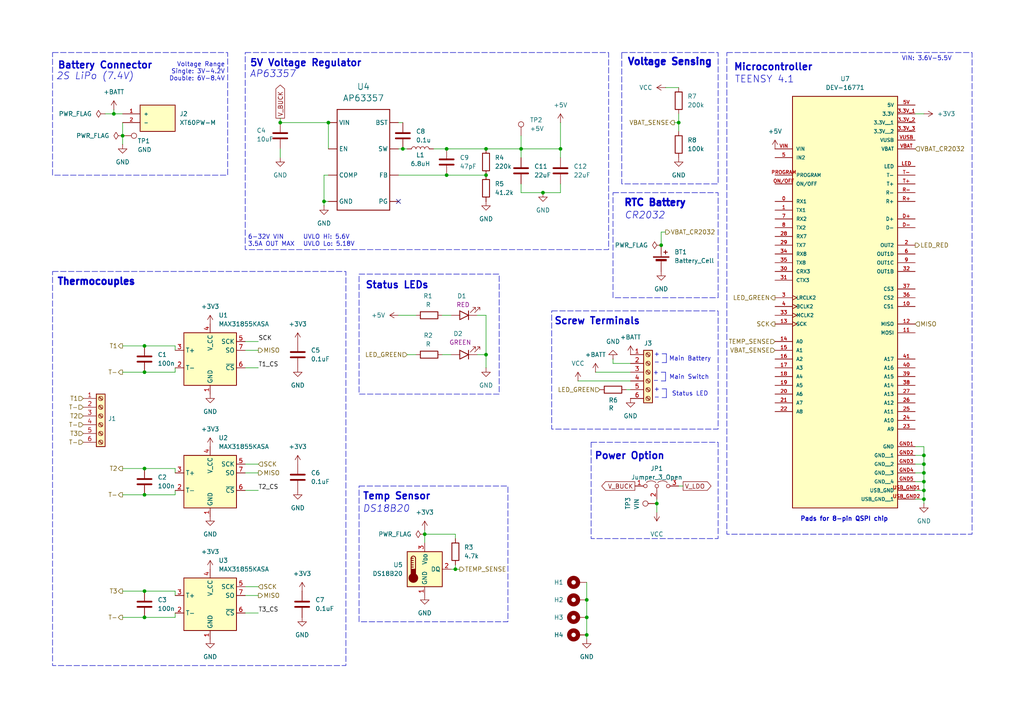
<source format=kicad_sch>
(kicad_sch (version 20231120) (generator "eeschema") (generator_version "8.0")
  (paper "A4")
  (junction (at 129.54 50.8))
  (junction (at 190.5 146.05))
  (junction (at 95.25 35.56))
  (junction (at 123.19 154.94))
  (junction (at 162.56 43.18))
  (junction (at 132.08 165.1))
  (junction (at 195.58 -26.67))
  (junction (at 170.18 179.07))
  (junction (at 267.97 144.78))
  (junction (at 157.48 55.88))
  (junction (at 41.91 100.33))
  (junction (at 41.91 179.07))
  (junction (at 140.97 50.8))
  (junction (at 170.18 173.99))
  (junction (at 140.97 43.18))
  (junction (at 140.97 102.87))
  (junction (at 116.84 43.18))
  (junction (at 129.54 43.18))
  (junction (at 170.18 184.15))
  (junction (at 41.91 107.95))
  (junction (at 93.98 58.42))
  (junction (at 267.97 139.7))
  (junction (at 267.97 137.16))
  (junction (at 196.85 35.56))
  (junction (at 191.77 71.12))
  (junction (at 81.28 35.56))
  (junction (at 144.78 -26.67))
  (junction (at 41.91 171.45))
  (junction (at 33.02 33.02))
  (junction (at 267.97 132.08))
  (junction (at 41.91 143.51))
  (junction (at 267.97 134.62))
  (junction (at 267.97 142.24))
  (junction (at 35.56 39.37))
  (junction (at 151.13 43.18))
  (junction (at 41.91 135.89))
  (no_connect (at 115.57 58.42))
  (wire (pts (xy 81.28 34.29) (xy 81.28 35.56)))
  (polyline (pts (xy 193.294 102.616) (xy 193.294 105.156)))
  (wire (pts (xy 138.43 102.87) (xy 140.97 102.87)))
  (wire (pts (xy 74.93 106.68) (xy 71.12 106.68)))
  (wire (pts (xy 129.54 43.18) (xy 140.97 43.18)))
  (wire (pts (xy 109.22 237.49) (xy 111.76 237.49)))
  (wire (pts (xy 151.13 39.37) (xy 151.13 43.18)))
  (wire (pts (xy 123.19 153.67) (xy 123.19 154.94)))
  (wire (pts (xy 267.97 129.54) (xy 267.97 132.08)))
  (wire (pts (xy 109.22 232.41) (xy 111.76 232.41)))
  (wire (pts (xy 265.43 137.16) (xy 267.97 137.16)))
  (wire (pts (xy 170.18 179.07) (xy 170.18 184.15)))
  (wire (pts (xy 33.02 33.02) (xy 35.56 33.02)))
  (wire (pts (xy 41.91 107.95) (xy 50.8 107.95)))
  (wire (pts (xy 162.56 55.88) (xy 157.48 55.88)))
  (wire (pts (xy 115.57 43.18) (xy 116.84 43.18)))
  (wire (pts (xy 267.97 137.16) (xy 267.97 139.7)))
  (wire (pts (xy 193.04 25.4) (xy 196.85 25.4)))
  (wire (pts (xy 151.13 55.88) (xy 151.13 53.34)))
  (wire (pts (xy 41.91 179.07) (xy 50.8 179.07)))
  (wire (pts (xy 140.97 91.44) (xy 140.97 102.87)))
  (wire (pts (xy 81.28 35.56) (xy 95.25 35.56)))
  (polyline (pts (xy 192.024 115.316) (xy 193.294 115.316)))
  (wire (pts (xy 41.91 100.33) (xy 50.8 100.33)))
  (wire (pts (xy 41.91 135.89) (xy 50.8 135.89)))
  (wire (pts (xy 115.57 35.56) (xy 116.84 35.56)))
  (wire (pts (xy 129.54 50.8) (xy 140.97 50.8)))
  (wire (pts (xy 177.8 105.41) (xy 182.88 105.41)))
  (wire (pts (xy 157.48 55.88) (xy 151.13 55.88)))
  (wire (pts (xy 265.43 129.54) (xy 267.97 129.54)))
  (wire (pts (xy 123.19 154.94) (xy 123.19 157.48)))
  (wire (pts (xy 265.43 142.24) (xy 267.97 142.24)))
  (wire (pts (xy 50.8 100.33) (xy 50.8 101.6)))
  (wire (pts (xy 74.93 177.8) (xy 71.12 177.8)))
  (polyline (pts (xy 191.77 110.49) (xy 193.04 110.49)))
  (wire (pts (xy 135.89 222.25) (xy 138.43 222.25)))
  (wire (pts (xy 170.18 185.42) (xy 170.18 184.15)))
  (wire (pts (xy 191.77 67.31) (xy 191.77 71.12)))
  (wire (pts (xy 74.93 137.16) (xy 71.12 137.16)))
  (wire (pts (xy 177.8 104.14) (xy 177.8 105.41)))
  (wire (pts (xy 33.02 31.75) (xy 33.02 33.02)))
  (wire (pts (xy 193.04 67.31) (xy 191.77 67.31)))
  (wire (pts (xy 138.43 91.44) (xy 140.97 91.44)))
  (wire (pts (xy 41.91 171.45) (xy 50.8 171.45)))
  (wire (pts (xy 74.93 99.06) (xy 71.12 99.06)))
  (wire (pts (xy 172.72 107.95) (xy 182.88 107.95)))
  (wire (pts (xy 267.97 146.05) (xy 267.97 144.78)))
  (wire (pts (xy 50.8 107.95) (xy 50.8 106.68)))
  (wire (pts (xy 267.97 142.24) (xy 267.97 144.78)))
  (polyline (pts (xy 193.04 107.95) (xy 193.04 110.49)))
  (wire (pts (xy 74.93 172.72) (xy 71.12 172.72)))
  (wire (pts (xy 185.42 -16.51) (xy 185.42 -24.13)))
  (wire (pts (xy 74.93 142.24) (xy 71.12 142.24)))
  (wire (pts (xy 95.25 50.8) (xy 93.98 50.8)))
  (wire (pts (xy 74.93 101.6) (xy 71.12 101.6)))
  (wire (pts (xy 93.98 58.42) (xy 95.25 58.42)))
  (wire (pts (xy 50.8 171.45) (xy 50.8 172.72)))
  (wire (pts (xy 128.27 102.87) (xy 130.81 102.87)))
  (wire (pts (xy 140.97 43.18) (xy 151.13 43.18)))
  (wire (pts (xy 267.97 134.62) (xy 267.97 137.16)))
  (wire (pts (xy 265.43 139.7) (xy 267.97 139.7)))
  (wire (pts (xy 162.56 35.56) (xy 162.56 43.18)))
  (wire (pts (xy 35.56 143.51) (xy 41.91 143.51)))
  (wire (pts (xy 35.56 41.91) (xy 35.56 39.37)))
  (wire (pts (xy 115.57 91.44) (xy 120.65 91.44)))
  (wire (pts (xy 162.56 45.72) (xy 162.56 43.18)))
  (wire (pts (xy 115.57 50.8) (xy 129.54 50.8)))
  (wire (pts (xy 170.18 168.91) (xy 170.18 173.99)))
  (wire (pts (xy 195.58 35.56) (xy 196.85 35.56)))
  (wire (pts (xy 50.8 143.51) (xy 50.8 142.24)))
  (wire (pts (xy 41.91 143.51) (xy 50.8 143.51)))
  (wire (pts (xy 267.97 132.08) (xy 267.97 134.62)))
  (wire (pts (xy 35.56 39.37) (xy 35.56 35.56)))
  (wire (pts (xy 130.81 165.1) (xy 132.08 165.1)))
  (wire (pts (xy 125.73 43.18) (xy 129.54 43.18)))
  (wire (pts (xy 170.18 173.99) (xy 170.18 179.07)))
  (wire (pts (xy 190.5 148.59) (xy 190.5 146.05)))
  (wire (pts (xy 110.49 222.25) (xy 113.03 222.25)))
  (wire (pts (xy 132.08 163.83) (xy 132.08 165.1)))
  (wire (pts (xy 128.27 91.44) (xy 130.81 91.44)))
  (wire (pts (xy 35.56 171.45) (xy 41.91 171.45)))
  (wire (pts (xy 95.25 43.18) (xy 95.25 35.56)))
  (wire (pts (xy 132.08 156.21) (xy 132.08 154.94)))
  (wire (pts (xy 144.78 -29.21) (xy 144.78 -26.67)))
  (wire (pts (xy 267.97 144.78) (xy 265.43 144.78)))
  (wire (pts (xy 181.61 113.03) (xy 182.88 113.03)))
  (wire (pts (xy 35.56 135.89) (xy 41.91 135.89)))
  (wire (pts (xy 198.12 140.97) (xy 196.85 140.97)))
  (wire (pts (xy 190.5 146.05) (xy 190.5 144.78)))
  (wire (pts (xy 151.13 43.18) (xy 162.56 43.18)))
  (wire (pts (xy 151.13 45.72) (xy 151.13 43.18)))
  (wire (pts (xy 265.43 134.62) (xy 267.97 134.62)))
  (polyline (pts (xy 192.024 112.776) (xy 193.294 112.776)))
  (wire (pts (xy 93.98 50.8) (xy 93.98 58.42)))
  (wire (pts (xy 196.85 35.56) (xy 196.85 38.1)))
  (wire (pts (xy 162.56 53.34) (xy 162.56 55.88)))
  (wire (pts (xy 123.19 154.94) (xy 132.08 154.94)))
  (wire (pts (xy 74.93 134.62) (xy 71.12 134.62)))
  (wire (pts (xy 110.49 214.63) (xy 113.03 214.63)))
  (wire (pts (xy 195.58 -29.21) (xy 195.58 -26.67)))
  (wire (pts (xy 265.43 132.08) (xy 267.97 132.08)))
  (wire (pts (xy 81.28 43.18) (xy 81.28 45.72)))
  (wire (pts (xy 35.56 179.07) (xy 41.91 179.07)))
  (wire (pts (xy 118.11 102.87) (xy 120.65 102.87)))
  (wire (pts (xy 110.49 217.17) (xy 113.03 217.17)))
  (wire (pts (xy 110.49 219.71) (xy 113.03 219.71)))
  (wire (pts (xy 196.85 33.02) (xy 196.85 35.56)))
  (wire (pts (xy 116.84 43.18) (xy 118.11 43.18)))
  (wire (pts (xy 50.8 179.07) (xy 50.8 177.8)))
  (wire (pts (xy 74.93 170.18) (xy 71.12 170.18)))
  (polyline (pts (xy 193.294 112.776) (xy 193.294 115.316)))
  (wire (pts (xy 50.8 135.89) (xy 50.8 137.16)))
  (wire (pts (xy 267.97 139.7) (xy 267.97 142.24)))
  (polyline (pts (xy 191.77 107.95) (xy 193.04 107.95)))
  (polyline (pts (xy 192.024 105.156) (xy 193.294 105.156)))
  (wire (pts (xy 267.97 33.02) (xy 265.43 33.02)))
  (wire (pts (xy 167.64 110.49) (xy 182.88 110.49)))
  (wire (pts (xy 33.02 33.02) (xy 30.48 33.02)))
  (wire (pts (xy 140.97 106.68) (xy 140.97 102.87)))
  (wire (pts (xy 35.56 100.33) (xy 41.91 100.33)))
  (wire (pts (xy 93.98 59.69) (xy 93.98 58.42)))
  (wire (pts (xy 109.22 234.95) (xy 111.76 234.95)))
  (wire (pts (xy 35.56 107.95) (xy 41.91 107.95)))
  (polyline (pts (xy 192.024 102.616) (xy 193.294 102.616)))
  (wire (pts (xy 132.08 165.1) (xy 133.35 165.1)))
  (wire (pts (xy 185.42 -26.67) (xy 195.58 -26.67)))
  (rectangle (start 104.14 79.502) (end 144.78 114.3) (stroke (width 0) (type dash)))
  (rectangle (start 124.46 -58.42) (end 229.87 -3.81) (stroke (width 0) (type dash)))
  (rectangle (start 177.8 55.88) (end 208.28 86.36) (stroke (width 0) (type dash)))
  (rectangle (start 71.12 15.24) (end 176.53 72.39) (stroke (width 0) (type dash)))
  (rectangle (start 160.02 90.17) (end 208.28 124.46) (stroke (width 0) (type dash)))
  (rectangle (start 180.34 15.24) (end 208.28 53.34) (stroke (width 0) (type dash)))
  (rectangle (start 15.24 15.24) (end 66.04 50.8) (stroke (width 0) (type dash)))
  (rectangle (start 15.24 78.74) (end 100.33 193.04) (stroke (width 0) (type dash)))
  (rectangle (start 104.14 140.97) (end 147.32 180.34) (stroke (width 0) (type dash)))
  (rectangle (start 210.82 15.24) (end 281.94 154.94) (stroke (width 0) (type dash)))
  (rectangle (start 171.45 128.27) (end 208.28 156.21) (stroke (width 0) (type dash)))
  (text "Power Option" (at 182.626 132.334 0) (effects (font (size 2 2) (bold yes))))
  (text "Temp Sensor\n" (at 115.062 144.018 0) (effects (font (size 2 2) (bold yes))))
  (text "RTC Battery" (at 180.848 58.928 0) (effects (font (size 2 2) (thickness 0.8) (bold yes)) (justify left)))
  (text "-" (at 190.5 115.316 0) (effects (font (size 1.27 1.27))))
  (text "Status LED" (at 200.152 114.3 0) (effects (font (size 1.27 1.27))))
  (text "Thermocouples" (at 27.94 81.788 0) (effects (font (size 2 2) (thickness 0.8) (bold yes))))
  (text "Microcontroller" (at 224.282 19.558 0) (effects (font (size 2 2) (bold yes))))
  (text "TEENSY 4.1" (at 221.742 23.114 0) (effects (font (size 2 2))))
  (text "Screw Terminals\n" (at 173.228 93.218 0) (effects (font (size 2 2) (bold yes))))
  (text "+" (at 190.5 102.87 0) (effects (font (size 1.27 1.27))))
  (text "2S LiPo (7.4V)" (at 16.256 23.368 0) (effects (font (size 2 2) (italic yes)) (justify left bottom)))
  (text "5V Voltage Regulator (Alt.)" (at 125.476 -54.102 0) (effects (font (size 2 2) (thickness 0.4) (bold yes)) (justify left bottom)))
  (text "-" (at 190.246 110.49 0) (effects (font (size 1.27 1.27))))
  (text "UVLO Hi: 5.6V\nUVLO Lo: 5.18V" (at 87.884 69.85 0) (effects (font (size 1.27 1.27)) (justify left)))
  (text "Status LEDs" (at 105.918 82.804 0) (effects (font (size 2 2) (bold yes)) (justify left)))
  (text "Voltage Range\nSingle: 3V-4.2V\nDouble: 6V-8.4V" (at 65.278 23.622 0) (effects (font (size 1.27 1.27)) (justify right bottom)))
  (text "DS18B20\n" (at 105.156 148.844 0) (effects (font (size 2 2) (italic yes)) (justify left bottom)))
  (text "Battery Connector" (at 30.48 19.05 0) (effects (font (size 2 2) (bold yes))))
  (text "Main Battery" (at 200.152 104.14 0) (effects (font (size 1.27 1.27))))
  (text "-" (at 190.5 105.156 0) (effects (font (size 1.27 1.27))))
  (text "NJM7805SDL1-TE1" (at 125.476 -50.546 0) (effects (font (size 2 2) (italic yes)) (justify left bottom)))
  (text "CR2032\n" (at 181.102 63.754 0) (effects (font (size 2 2) (italic yes)) (justify left bottom)))
  (text "Pads for 8-pin QSPI chip" (at 244.856 150.622 0) (effects (font (size 1.27 1.27) (bold yes))))
  (text "Main Switch\n" (at 199.898 109.474 0) (effects (font (size 1.27 1.27))))
  (text "6-32V VIN\n3.5A OUT MAX" (at 71.882 71.628 0) (effects (font (size 1.27 1.27)) (justify left bottom)))
  (text "AP63357\n" (at 72.39 22.733 0) (effects (font (size 2 2) (italic yes)) (justify left bottom)))
  (text "Voltage Sensing\n" (at 181.864 18.034 0) (effects (font (size 2 2) (thickness 0.8) (bold yes)) (justify left)))
  (text "VIN: 3.6V-5.5V" (at 276.098 17.78 0) (effects (font (size 1.27 1.27)) (justify right bottom)))
  (text "5V Voltage Regulator" (at 72.39 19.558 0) (effects (font (size 2 2) (thickness 0.4) (bold yes)) (justify left bottom)))
  (text "+" (at 190.5 113.03 0) (effects (font (size 1.27 1.27))))
  (text "+" (at 190.246 108.204 0) (effects (font (size 1.27 1.27))))
  (label "T2_CS" (at 74.93 142.24 0))
  (label "T1_CS" (at 74.93 106.68 0))
  (label "T3_CS" (at 74.93 177.8 0))
  (label "SCK" (at 74.93 99.06 0))
  (global_label "V_BUCK" (shape output) (at 81.28 34.29 90) (property "Intersheetrefs" "${INTERSHEET_REFS}" (effects (hide yes))))
  (global_label "V_BUCK" (shape output) (at 184.15 140.97 180) (property "Intersheetrefs" "${INTERSHEET_REFS}" (effects (hide yes))))
  (global_label "V_LDO" (shape output) (at 198.12 140.97 0) (property "Intersheetrefs" "${INTERSHEET_REFS}" (effects (hide yes))))
  (global_label "V_LDO" (shape input) (at 144.78 -29.21 90) (property "Intersheetrefs" "${INTERSHEET_REFS}" (effects (hide yes))))
  (hierarchical_label "T-" (shape output) (at 35.56 143.51 180))
  (hierarchical_label "I2C_SCL" (shape input) (at 142.24 237.49 180))
  (hierarchical_label "VBAT_CR2032" (shape output) (at 193.04 67.31 0))
  (hierarchical_label "T2" (shape output) (at 35.56 135.89 180))
  (hierarchical_label "SCK" (shape input) (at 74.93 170.18 0))
  (hierarchical_label "GPIO" (shape bidirectional) (at 110.49 222.25 180))
  (hierarchical_label "SCK" (shape input) (at 74.93 134.62 0))
  (hierarchical_label "T1" (shape output) (at 35.56 100.33 180))
  (hierarchical_label "VBAT_SENSE" (shape input) (at 224.79 101.6 180))
  (hierarchical_label "T-" (shape input) (at 24.13 123.19 180))
  (hierarchical_label "SPI_SCK" (shape input) (at 109.22 232.41 180))
  (hierarchical_label "MISO" (shape output) (at 74.93 101.6 0))
  (hierarchical_label "MISO" (shape output) (at 74.93 137.16 0))
  (hierarchical_label "T-" (shape output) (at 35.56 179.07 180))
  (hierarchical_label "TEMP_SENSE" (shape input) (at 224.79 99.06 180))
  (hierarchical_label "LED_GREEN" (shape output) (at 224.79 86.36 180))
  (hierarchical_label "MISO" (shape input) (at 265.43 93.98 0))
  (hierarchical_label "T1" (shape input) (at 24.13 115.57 180))
  (hierarchical_label "T-" (shape input) (at 24.13 128.27 180))
  (hierarchical_label "GPIO" (shape bidirectional) (at 110.49 219.71 180))
  (hierarchical_label "MISO" (shape output) (at 74.93 172.72 0))
  (hierarchical_label "LED_GREEN" (shape input) (at 118.11 102.87 180))
  (hierarchical_label "T-" (shape output) (at 35.56 107.95 180))
  (hierarchical_label "VBAT_CR2032" (shape input) (at 265.43 43.18 0))
  (hierarchical_label "SPI_MOSI" (shape input) (at 109.22 234.95 180))
  (hierarchical_label "LED_GREEN" (shape input) (at 173.99 113.03 180))
  (hierarchical_label "TEMP_SENSE" (shape output) (at 133.35 165.1 0))
  (hierarchical_label "GPIO" (shape bidirectional) (at 110.49 214.63 180))
  (hierarchical_label "VBAT_SENSE" (shape output) (at 195.58 35.56 180))
  (hierarchical_label "T3" (shape output) (at 35.56 171.45 180))
  (hierarchical_label "T-" (shape input) (at 24.13 118.11 180))
  (hierarchical_label "GPIO" (shape bidirectional) (at 110.49 217.17 180))
  (hierarchical_label "I2C_SDA" (shape input) (at 142.24 234.95 180))
  (hierarchical_label "SCK" (shape output) (at 224.79 93.98 180))
  (hierarchical_label "SPI_MISO" (shape output) (at 109.22 237.49 180))
  (hierarchical_label "T3" (shape input) (at 24.13 125.73 180))
  (hierarchical_label "LED_RED" (shape output) (at 265.43 71.12 0))
  (hierarchical_label "T2" (shape input) (at 24.13 120.65 180))
  (symbol (lib_id "power:GND") (at 35.56 41.91 0) (unit 1)
    (property "Reference" "#PWR02" (effects (hide yes)))
    (property "Value" "GND" (at 35.56 46.99 0))
    (property "Description" "Power symbol creates a global label with name \"GND\" , ground" (effects (hide yes)))
  )
  (symbol (lib_id "power:+BATT") (at 172.72 107.95 0) (unit 1)
    (property "Reference" "#PWR026" (effects (hide yes)))
    (property "Value" "+BATT" (at 172.72 102.87 0))
    (property "Description" "Power symbol creates a global label with name \"+BATT\"" (effects (hide yes)))
  )
  (symbol (lib_id "power:+5V") (at 162.56 35.56 0) (unit 1)
    (property "Reference" "#PWR024" (effects (hide yes)))
    (property "Value" "+5V" (at 162.56 30.48 0))
    (property "Description" "Power symbol creates a global label with name \"+5V\"" (effects (hide yes)))
  )
  (symbol (lib_id "power:GND") (at 140.97 58.42 0) (unit 1)
    (property "Reference" "#PWR020" (effects (hide yes)))
    (property "Value" "GND" (at 140.97 63.5 0))
    (property "Description" "Power symbol creates a global label with name \"GND\" , ground" (effects (hide yes)))
  )
  (symbol (lib_id "power:GND") (at 196.85 45.72 0) (unit 1)
    (property "Reference" "#PWR037" (effects (hide yes)))
    (property "Value" "GND" (at 196.85 50.8 0))
    (property "Description" "Power symbol creates a global label with name \"GND\" , ground" (effects (hide yes)))
  )
  (symbol (lib_id "Device:C") (at 116.84 39.37 0) (unit 1)
    (property "Reference" "C8" (at 120.65 38.0999 0) (effects (justify left)))
    (property "Value" "0.1u" (at 120.65 40.6399 0) (effects (justify left)))
    (property "Footprint" "Capacitor_SMD:C_0805_2012Metric_Pad1.18x1.45mm_HandSolder" (effects (hide yes)))
    (property "Description" "Unpolarized capacitor" (effects (hide yes)))
  )
  (symbol (lib_id "CustomComponents:AP63357_(SparkFun_Buck_Regulator_5V)") (at 110.49 53.34 0) (unit 1)
    (property "Reference" "U4" (at 105.41 25.146 0) (effects (font (size 1.778 1.778))))
    (property "Value" "AP63357" (at 105.41 28.448 0) (effects (font (size 1.778 1.778))))
    (property "Footprint" "CustomFootprintLib:AP63356 (V-DFN3020-13)" (effects (hide yes)))
    (property "Datasheet" "https://docs.sparkfun.com/SparkFun_Buck_Regulator_AP63357DV-7/component_documentation/AP63356-AP63357.pdf" (effects (hide yes)))
  )
  (symbol (lib_id "power:+3V3") (at 60.96 93.98 0) (unit 1)
    (property "Reference" "#PWR03" (effects (hide yes)))
    (property "Value" "+3V3" (at 60.96 88.9 0))
    (property "Description" "Power symbol creates a global label with name \"+3V3\"" (effects (hide yes)))
  )
  (symbol (lib_id "Connector:TestPoint") (at 151.13 39.37 0) (unit 1)
    (property "Reference" "TP2" (at 153.67 34.7979 0) (effects (justify left)))
    (property "Value" "+5V" (at 153.67 37.3379 0) (effects (justify left)))
    (property "Footprint" "TestPoint:TestPoint_Pad_D1.0mm" (effects (hide yes)))
    (property "Description" "test point" (effects (hide yes)))
  )
  (symbol (lib_id "power:PWR_FLAG") (at 123.19 154.94 90) (unit 1)
    (property "Reference" "#FLG03" (effects (hide yes)))
    (property "Value" "PWR_FLAG" (at 119.38 154.9399 90) (effects (justify left)))
    (property "Description" "Special symbol for telling ERC where power comes from" (effects (hide yes)))
  )
  (symbol (lib_id "power:+3V3") (at 86.36 99.06 0) (unit 1)
    (property "Reference" "#PWR010" (effects (hide yes)))
    (property "Value" "+3V3" (at 86.36 93.98 0))
    (property "Description" "Power symbol creates a global label with name \"+3V3\"" (effects (hide yes)))
  )
  (symbol (lib_id "power:+3V3") (at 60.96 165.1 0) (unit 1)
    (property "Reference" "#PWR07" (effects (hide yes)))
    (property "Value" "+3V3" (at 60.96 160.02 0))
    (property "Description" "Power symbol creates a global label with name \"+3V3\"" (effects (hide yes)))
  )
  (symbol (lib_id "power:GND") (at 267.97 146.05 0) (unit 1)
    (property "Reference" "#PWR040" (effects (hide yes)))
    (property "Value" "GND" (at 267.97 151.13 0))
    (property "Description" "Power symbol creates a global label with name \"GND\" , ground" (effects (hide yes)))
  )
  (symbol (lib_id "Sensor_Temperature:DS18B20") (at 123.19 165.1 0) (unit 1)
    (property "Reference" "U5" (at 116.84 163.8299 0) (effects (justify right)))
    (property "Value" "DS18B20" (at 116.84 166.3699 0) (effects (justify right)))
    (property "Footprint" "Package_TO_SOT_THT:TO-92_Inline" (effects (hide yes)))
    (property "Datasheet" "http://datasheets.maximintegrated.com/en/ds/DS18B20.pdf" (effects (hide yes)))
    (property "Description" "Programmable Resolution 1-Wire Digital Thermometer TO-92" (effects (hide yes)))
  )
  (symbol (lib_id "power:VCC") (at 167.64 110.49 0) (unit 1)
    (property "Reference" "#PWR025" (effects (hide yes)))
    (property "Value" "VCC" (at 167.64 105.41 0))
    (property "Description" "Power symbol creates a global label with name \"VCC\"" (effects (hide yes)))
  )
  (symbol (lib_id "power:VCC") (at 193.04 25.4 90) (unit 1)
    (property "Reference" "#PWR034" (effects (hide yes)))
    (property "Value" "VCC" (at 189.23 25.3999 90) (effects (justify left)))
    (property "Description" "Power symbol creates a global label with name \"VCC\"" (effects (hide yes)))
  )
  (symbol (lib_id "DEV-16771:DEV-16771") (at 245.11 78.74 0) (unit 1) (in_bom no)
    (property "Reference" "U7" (at 245.11 22.86 0))
    (property "Value" "DEV-16771" (at 245.11 25.4 0))
    (property "Footprint" "CustomFootprintLib:MODULE_DEV-16771" (effects (hide yes)))
    (property "MF" "SparkFun Electronics" (effects (hide yes)))
    (property "MAXIMUM_PACKAGE_HEIGHT" "4.07mm" (effects (hide yes)))
    (property "Package" "None" (effects (hide yes)))
    (property "Price" "None" (effects (hide yes)))
    (property "Check_prices" "https://www.snapeda.com/parts/DEV-16771/SparkFun+Electronics/view-part/?ref=eda" (effects (hide yes)))
    (property "STANDARD" "Manufacturer recommendations" (effects (hide yes)))
    (property "PARTREV" "4.1" (effects (hide yes)))
    (property "SnapEDA_Link" "https://www.snapeda.com/parts/DEV-16771/SparkFun+Electronics/view-part/?ref=snap" (effects (hide yes)))
    (property "MP" "DEV-16771" (effects (hide yes)))
    (property "Purchase-URL" "https://www.snapeda.com/api/url_track_click_mouser/?unipart_id=4833875&manufacturer=SparkFun Electronics&part_name=DEV-16771&search_term=None" (effects (hide yes)))
    (property "Description_1" "\nRT1062 Teensy 4.1 series ARM® Cortex®-M7 MPU Embedded Evaluation Board\n" (effects (hide yes)))
    (property "Availability" "In Stock" (effects (hide yes)))
    (property "MANUFACTURER" "SparkFun Electronics" (effects (hide yes)))
  )
  (symbol (lib_id "power:+BATT") (at 33.02 31.75 0) (unit 1)
    (property "Reference" "#PWR01" (effects (hide yes)))
    (property "Value" "+BATT" (at 33.02 26.67 0))
    (property "Description" "Power symbol creates a global label with name \"+BATT\"" (effects (hide yes)))
  )
  (symbol (lib_id "power:PWR_FLAG") (at 195.58 -26.67 270) (unit 1)
    (property "Reference" "#FLG05" (effects (hide yes)))
    (property "Value" "PWR_FLAG" (at 199.39 -26.6701 90) (effects (justify left)))
    (property "Description" "Special symbol for telling ERC where power comes from" (effects (hide yes)))
  )
  (symbol (lib_id "power:GND") (at 144.78 -19.05 0) (unit 1)
    (property "Reference" "#PWR022" (effects (hide yes)))
    (property "Value" "GND" (at 144.78 -13.97 0))
    (property "Description" "Power symbol creates a global label with name \"GND\" , ground" (effects (hide yes)))
  )
  (symbol (lib_id "Device:C") (at 144.78 -22.86 0) (unit 1)
    (property "Reference" "C10" (at 135.128 -24.384 0) (effects (justify left)))
    (property "Value" "0.33uF" (at 135.128 -21.844 0) (effects (justify left)))
    (property "Footprint" "Capacitor_SMD:C_0805_2012Metric_Pad1.18x1.45mm_HandSolder" (effects (hide yes)))
    (property "Description" "Unpolarized capacitor" (effects (hide yes)))
  )
  (symbol (lib_id "power:+5V") (at 115.57 91.44 90) (unit 1)
    (property "Reference" "#PWR017" (effects (hide yes)))
    (property "Value" "+5V" (at 111.76 91.4399 90) (effects (justify left)))
    (property "Description" "Power symbol creates a global label with name \"+5V\"" (effects (hide yes)))
  )
  (symbol (lib_id "Device:C") (at 41.91 104.14 0) (unit 1)
    (property "Reference" "C1" (at 45.72 102.8699 0) (effects (justify left)))
    (property "Value" "100n" (at 45.72 105.4099 0) (effects (justify left)))
    (property "Footprint" "Capacitor_SMD:C_0805_2012Metric_Pad1.18x1.45mm_HandSolder" (effects (hide yes)))
    (property "Description" "Unpolarized capacitor" (effects (hide yes)))
  )
  (symbol (lib_id "Device:R") (at 124.46 91.44 90) (unit 1)
    (property "Reference" "R1" (at 125.476 85.852 90) (effects (justify left)))
    (property "Value" "R" (at 124.968 88.392 90) (effects (justify left)))
    (property "Footprint" "Resistor_SMD:R_0805_2012Metric_Pad1.20x1.40mm_HandSolder" (effects (hide yes)))
    (property "Description" "Resistor" (effects (hide yes)))
  )
  (symbol (lib_id "Mechanical:MountingHole_Pad") (at 167.64 168.91 90) (unit 1) (exclude_from_sim yes) (in_bom no)
    (property "Reference" "H1" (at 162.052 168.91 90))
    (property "Value" "MountingHole_Pad" (effects (hide yes)))
    (property "Footprint" "MountingHole:MountingHole_3.2mm_M3_Pad_Via" (effects (hide yes)))
    (property "Description" "Mounting Hole with connection" (effects (hide yes)))
  )
  (symbol (lib_id "power:GND") (at 93.98 59.69 0) (unit 1)
    (property "Reference" "#PWR016" (effects (hide yes)))
    (property "Value" "GND" (at 93.98 64.77 0))
    (property "Description" "Power symbol creates a global label with name \"GND\" , ground" (effects (hide yes)))
  )
  (symbol (lib_id "Jumper:Jumper_3_Open") (at 190.5 140.97 0) (unit 1) (exclude_from_sim yes) (in_bom no)
    (property "Reference" "JP1" (at 190.5 135.89 0))
    (property "Value" "Jumper_3_Open" (at 190.5 138.43 0))
    (property "Footprint" "Jumper:SolderJumper-3_P1.3mm_Open_RoundedPad1.0x1.5mm" (effects (hide yes)))
    (property "Description" "Jumper, 3-pole, both open" (effects (hide yes)))
  )
  (symbol (lib_id "power:+3V3") (at 87.63 171.45 0) (unit 1)
    (property "Reference" "#PWR014" (effects (hide yes)))
    (property "Value" "+3V3" (at 87.63 166.37 0))
    (property "Description" "Power symbol creates a global label with name \"+3V3\"" (effects (hide yes)))
  )
  (symbol (lib_id "Device:R") (at 124.46 102.87 270) (unit 1)
    (property "Reference" "R2" (at 124.206 97.282 90))
    (property "Value" "R" (at 124.206 99.822 90))
    (property "Footprint" "Resistor_SMD:R_0805_2012Metric_Pad1.20x1.40mm_HandSolder" (effects (hide yes)))
    (property "Description" "Resistor" (effects (hide yes)))
  )
  (symbol (lib_id "Sensor_Temperature:MAX31855KASA") (at 60.96 139.7 0) (unit 1)
    (property "Reference" "U2" (at 63.3826 127 0) (effects (justify left)))
    (property "Value" "MAX31855KASA" (at 63.3826 129.54 0) (effects (justify left)))
    (property "Footprint" "Package_SO:SOIC-8_3.9x4.9mm_P1.27mm" (effects (hide yes)))
    (property "Datasheet" "http://datasheets.maximintegrated.com/en/ds/MAX31855.pdf" (effects (hide yes)))
    (property "Description" "Cold Junction K-type Termocouple Interface, SPI, SO8" (effects (hide yes)))
  )
  (symbol (lib_id "Connector_Generic:Conn_01x04") (at 118.11 217.17 0) (unit 1)
    (property "Reference" "J5" (at 120.65 217.1699 0) (effects (justify left)))
    (property "Value" "GPIO" (at 120.65 219.7099 0) (effects (justify left)))
    (property "Footprint" "Connector_PinSocket_2.54mm:PinSocket_1x04_P2.54mm_Vertical" (effects (hide yes)))
    (property "Description" "Generic connector, single row, 01x04, script generated (kicad-library-utils/schlib/autogen/connector/)" (effects (hide yes)))
  )
  (symbol (lib_id "power:+BATT") (at 182.88 102.87 0) (unit 1)
    (property "Reference" "#PWR029" (effects (hide yes)))
    (property "Value" "+BATT" (at 182.88 97.79 0))
    (property "Description" "Power symbol creates a global label with name \"+BATT\"" (effects (hide yes)))
  )
  (symbol (lib_id "Connector:Screw_Terminal_01x06") (at 187.96 107.95 0) (unit 1)
    (property "Reference" "J3" (at 187.96 99.568 0))
    (property "Value" "Screw_Terminal_01x06" (effects (hide yes)))
    (property "Footprint" "CustomFootprintLib:TERMBLOCK_OSTTE060104" (effects (hide yes)))
    (property "Description" "Generic screw terminal, single row, 01x06, script generated (kicad-library-utils/schlib/autogen/connector/)" (effects (hide yes)))
  )
  (symbol (lib_id "power:+3V3") (at 86.36 134.62 0) (unit 1)
    (property "Reference" "#PWR012" (effects (hide yes)))
    (property "Value" "+3V3" (at 86.36 129.54 0))
    (property "Description" "Power symbol creates a global label with name \"+3V3\"" (effects (hide yes)))
  )
  (symbol (lib_id "Device:R") (at 196.85 41.91 0) (unit 1)
    (property "Reference" "R8" (at 199.39 40.6399 0) (effects (justify left)))
    (property "Value" "100k" (at 199.39 43.1799 0) (effects (justify left)))
    (property "Footprint" "Resistor_SMD:R_0805_2012Metric_Pad1.20x1.40mm_HandSolder" (effects (hide yes)))
    (property "Description" "Resistor" (effects (hide yes)))
  )
  (symbol (lib_id "power:+5V") (at 224.79 43.18 0) (unit 1)
    (property "Reference" "#PWR038" (effects (hide yes)))
    (property "Value" "+5V" (at 224.79 38.1 0))
    (property "Description" "Power symbol creates a global label with name \"+5V\"" (effects (hide yes)))
  )
  (symbol (lib_id "Connector:TestPoint") (at 35.56 39.37 270) (unit 1)
    (property "Reference" "TP1" (at 39.878 40.894 90) (effects (justify left)))
    (property "Value" "GND" (at 39.878 43.434 90) (effects (justify left)))
    (property "Footprint" "TestPoint:TestPoint_Pad_D1.0mm" (effects (hide yes)))
    (property "Description" "test point" (effects (hide yes)))
  )
  (symbol (lib_id "Device:L") (at 121.92 43.18 90) (unit 1)
    (property "Reference" "L1" (at 121.92 44.958 90))
    (property "Value" "6.8uH" (at 121.92 47.498 90))
    (property "Footprint" "CustomFootprintLib:IND_SRN8040TA-6R8M" (effects (hide yes)))
    (property "Description" "Inductor" (effects (hide yes)))
  )
  (symbol (lib_id "CustomComponents:NJM7805SDL1-TE1") (at 144.78 -26.67 0) (unit 1)
    (property "Reference" "U6" (at 165.1 -35.56 0) (effects (font (size 1.524 1.524))))
    (property "Value" "NJM7805SDL1-TE1" (at 165.1 -33.02 0) (effects (font (size 1.524 1.524))))
    (property "Footprint" "CustomFootprintLib:TO-252-3-L1_NMD" (effects (hide yes)))
    (property "Datasheet" "NJM7805SDL1-TE1" (effects (hide yes)))
  )
  (symbol (lib_id "Sensor_Temperature:MAX31855KASA") (at 60.96 104.14 0) (unit 1)
    (property "Reference" "U1" (at 63.3826 91.44 0) (effects (justify left)))
    (property "Value" "MAX31855KASA" (at 63.3826 93.98 0) (effects (justify left)))
    (property "Footprint" "Package_SO:SOIC-8_3.9x4.9mm_P1.27mm" (effects (hide yes)))
    (property "Datasheet" "http://datasheets.maximintegrated.com/en/ds/MAX31855.pdf" (effects (hide yes)))
    (property "Description" "Cold Junction K-type Termocouple Interface, SPI, SO8" (effects (hide yes)))
  )
  (symbol (lib_id "Device:C") (at 162.56 49.53 0) (unit 1)
    (property "Reference" "C12" (at 166.37 48.2599 0) (effects (justify left)))
    (property "Value" "22uF" (at 166.37 50.7999 0) (effects (justify left)))
    (property "Footprint" "Capacitor_SMD:C_0805_2012Metric_Pad1.18x1.45mm_HandSolder" (effects (hide yes)))
    (property "Description" "Unpolarized capacitor" (effects (hide yes)))
  )
  (symbol (lib_id "Device:R") (at 196.85 29.21 0) (unit 1)
    (property "Reference" "R7" (at 199.39 27.9399 0) (effects (justify left)))
    (property "Value" "200k" (at 199.39 30.4799 0) (effects (justify left)))
    (property "Footprint" "Resistor_SMD:R_0805_2012Metric_Pad1.20x1.40mm_HandSolder" (effects (hide yes)))
    (property "Description" "Resistor" (effects (hide yes)))
  )
  (symbol (lib_id "power:+3V3") (at 138.43 217.17 90) (unit 1)
    (property "Reference" "#PWR042" (effects (hide yes)))
    (property "Value" "+3V3" (at 134.62 217.1699 90) (effects (justify left)))
    (property "Description" "Power symbol creates a global label with name \"+3V3\"" (effects (hide yes)))
  )
  (symbol (lib_id "power:+5V") (at 138.43 214.63 90) (unit 1)
    (property "Reference" "#PWR041" (effects (hide yes)))
    (property "Value" "+5V" (at 134.62 214.6299 90) (effects (justify left)))
    (property "Description" "Power symbol creates a global label with name \"+5V\"" (effects (hide yes)))
  )
  (symbol (lib_id "power:+5V") (at 195.58 -29.21 0) (unit 1)
    (property "Reference" "#PWR035" (effects (hide yes)))
    (property "Value" "+5V" (at 195.58 -34.29 0))
    (property "Description" "Power symbol creates a global label with name \"+5V\"" (effects (hide yes)))
  )
  (symbol (lib_id "power:GND") (at 87.63 179.07 0) (unit 1)
    (property "Reference" "#PWR015" (effects (hide yes)))
    (property "Value" "GND" (at 87.63 184.15 0))
    (property "Description" "Power symbol creates a global label with name \"GND\" , ground" (effects (hide yes)))
  )
  (symbol (lib_id "power:GND") (at 123.19 172.72 0) (unit 1)
    (property "Reference" "#PWR019" (effects (hide yes)))
    (property "Value" "GND" (at 123.19 177.8 0))
    (property "Description" "Power symbol creates a global label with name \"GND\" , ground" (effects (hide yes)))
  )
  (symbol (lib_id "Connector_Generic:Conn_01x04") (at 143.51 217.17 0) (unit 1)
    (property "Reference" "J4" (at 146.05 217.1699 0) (effects (justify left)))
    (property "Value" "Conn_01x04" (at 146.05 219.7099 0) (effects (justify left)))
    (property "Footprint" "Connector_PinSocket_2.54mm:PinSocket_1x04_P2.54mm_Vertical" (effects (hide yes)))
    (property "Description" "Generic connector, single row, 01x04, script generated (kicad-library-utils/schlib/autogen/connector/)" (effects (hide yes)))
  )
  (symbol (lib_id "Device:C") (at 129.54 46.99 0) (unit 1)
    (property "Reference" "C9" (at 133.35 45.7199 0) (effects (justify left)))
    (property "Value" "47pF" (at 133.35 48.2599 0) (effects (justify left)))
    (property "Footprint" "Capacitor_SMD:C_0805_2012Metric_Pad1.18x1.45mm_HandSolder" (effects (hide yes)))
    (property "Description" "Unpolarized capacitor" (effects (hide yes)))
  )
  (symbol (lib_id "Device:C") (at 86.36 102.87 0) (unit 1)
    (property "Reference" "C5" (at 90.17 101.5999 0) (effects (justify left)))
    (property "Value" "0.1uF" (at 90.17 104.1399 0) (effects (justify left)))
    (property "Footprint" "Capacitor_SMD:C_0805_2012Metric_Pad1.18x1.45mm_HandSolder" (effects (hide yes)))
    (property "Description" "Unpolarized capacitor" (effects (hide yes)))
  )
  (symbol (lib_id "Device:C") (at 41.91 139.7 0) (unit 1)
    (property "Reference" "C2" (at 45.72 138.4299 0) (effects (justify left)))
    (property "Value" "100n" (at 45.72 140.9699 0) (effects (justify left)))
    (property "Footprint" "Capacitor_SMD:C_0805_2012Metric_Pad1.18x1.45mm_HandSolder" (effects (hide yes)))
    (property "Description" "Unpolarized capacitor" (effects (hide yes)))
  )
  (symbol (lib_id "power:PWR_FLAG") (at 30.48 33.02 90) (unit 1)
    (property "Reference" "#FLG01" (effects (hide yes)))
    (property "Value" "PWR_FLAG" (at 26.67 33.0199 90) (effects (justify left)))
    (property "Description" "Special symbol for telling ERC where power comes from" (effects (hide yes)))
  )
  (symbol (lib_id "power:GND") (at 157.48 55.88 0) (unit 1)
    (property "Reference" "#PWR023" (effects (hide yes)))
    (property "Value" "GND" (at 157.48 60.96 0))
    (property "Description" "Power symbol creates a global label with name \"GND\" , ground" (effects (hide yes)))
  )
  (symbol (lib_id "Mechanical:MountingHole_Pad") (at 167.64 184.15 90) (unit 1) (exclude_from_sim yes) (in_bom no)
    (property "Reference" "H4" (at 162.052 184.15 90))
    (property "Value" "MountingHole_Pad" (effects (hide yes)))
    (property "Footprint" "MountingHole:MountingHole_3.2mm_M3_Pad_Via" (effects (hide yes)))
    (property "Description" "Mounting Hole with connection" (effects (hide yes)))
  )
  (symbol (lib_id "power:GND") (at 81.28 45.72 0) (unit 1)
    (property "Reference" "#PWR09" (effects (hide yes)))
    (property "Value" "GND" (at 81.28 50.8 0))
    (property "Description" "Power symbol creates a global label with name \"GND\" , ground" (effects (hide yes)))
  )
  (symbol (lib_id "Device:C") (at 151.13 49.53 0) (unit 1)
    (property "Reference" "C11" (at 154.94 48.2599 0) (effects (justify left)))
    (property "Value" "22uF" (at 154.94 50.7999 0) (effects (justify left)))
    (property "Footprint" "Capacitor_SMD:C_0805_2012Metric_Pad1.18x1.45mm_HandSolder" (effects (hide yes)))
    (property "Description" "Unpolarized capacitor" (effects (hide yes)))
  )
  (symbol (lib_id "power:GND") (at 86.36 142.24 0) (unit 1)
    (property "Reference" "#PWR013" (effects (hide yes)))
    (property "Value" "GND" (at 86.36 147.32 0))
    (property "Description" "Power symbol creates a global label with name \"GND\" , ground" (effects (hide yes)))
  )
  (symbol (lib_id "power:GND") (at 60.96 185.42 0) (unit 1)
    (property "Reference" "#PWR08" (effects (hide yes)))
    (property "Value" "GND" (at 60.96 190.5 0))
    (property "Description" "Power symbol creates a global label with name \"GND\" , ground" (effects (hide yes)))
  )
  (symbol (lib_id "power:GND") (at 182.88 115.57 0) (unit 1)
    (property "Reference" "#PWR030" (effects (hide yes)))
    (property "Value" "GND" (at 182.88 120.65 0))
    (property "Description" "Power symbol creates a global label with name \"GND\" , ground" (effects (hide yes)))
  )
  (symbol (lib_id "power:+3V3") (at 60.96 129.54 0) (unit 1)
    (property "Reference" "#PWR05" (effects (hide yes)))
    (property "Value" "+3V3" (at 60.96 124.46 0))
    (property "Description" "Power symbol creates a global label with name \"+3V3\"" (effects (hide yes)))
  )
  (symbol (lib_id "Device:C") (at 81.28 39.37 0) (unit 1)
    (property "Reference" "C4" (at 74.422 37.846 0) (effects (justify left)))
    (property "Value" "10uF" (at 74.422 40.386 0) (effects (justify left)))
    (property "Footprint" "Capacitor_SMD:C_0805_2012Metric_Pad1.18x1.45mm_HandSolder" (effects (hide yes)))
    (property "Description" "Unpolarized capacitor" (effects (hide yes)))
  )
  (symbol (lib_id "Device:R") (at 140.97 46.99 0) (unit 1)
    (property "Reference" "R4" (at 143.51 45.7199 0) (effects (justify left)))
    (property "Value" "220k" (at 143.51 48.2599 0) (effects (justify left)))
    (property "Footprint" "Resistor_SMD:R_0805_2012Metric_Pad1.20x1.40mm_HandSolder" (effects (hide yes)))
    (property "Description" "Resistor" (effects (hide yes)))
  )
  (symbol (lib_id "Connector:TestPoint") (at 190.5 146.05 90) (unit 1)
    (property "Reference" "TP3" (at 182.118 147.828 0) (effects (justify left)))
    (property "Value" "VIN" (at 184.658 147.828 0) (effects (justify left)))
    (property "Footprint" "TestPoint:TestPoint_Pad_D1.0mm" (effects (hide yes)))
    (property "Description" "test point" (effects (hide yes)))
  )
  (symbol (lib_id "CustomComponents:XT60PW-M") (at 45.72 35.56 0) (unit 1)
    (property "Reference" "J2" (at 52.07 33.0199 0) (effects (justify left)))
    (property "Value" "XT60PW-M" (at 52.07 35.5599 0) (effects (justify left)))
    (property "Footprint" "CustomFootprintLib:AMASS_XT60PW-M" (effects (hide yes)))
    (property "MF" "AMASS" (effects (hide yes)))
    (property "MAXIMUM_PACKAGE_HEIGHT" "8.4 mm" (effects (hide yes)))
    (property "Package" "Package" (effects (hide yes)))
    (property "Price" "None" (effects (hide yes)))
    (property "Check_prices" "https://www.snapeda.com/parts/XT60PW-M/AMASS/view-part/?ref=eda" (effects (hide yes)))
    (property "STANDARD" "Manufacturer recommendations" (effects (hide yes)))
    (property "PARTREV" "V1.2" (effects (hide yes)))
    (property "SnapEDA_Link" "https://www.snapeda.com/parts/XT60PW-M/AMASS/view-part/?ref=snap" (effects (hide yes)))
    (property "MP" "XT60PW-M" (effects (hide yes)))
    (property "Description_1" "\nSocket, DC supply, male, PIN: 2\n" (effects (hide yes)))
    (property "Availability" "Not in stock" (effects (hide yes)))
    (property "MANUFACTURER" "AMASS" (effects (hide yes)))
  )
  (symbol (lib_id "Device:R") (at 132.08 160.02 0) (unit 1)
    (property "Reference" "R3" (at 134.62 158.7499 0) (effects (justify left)))
    (property "Value" "4.7k" (at 134.62 161.2899 0) (effects (justify left)))
    (property "Footprint" "Resistor_SMD:R_0805_2012Metric_Pad1.20x1.40mm_HandSolder" (effects (hide yes)))
    (property "Description" "Resistor" (effects (hide yes)))
  )
  (symbol (lib_id "Skyhawkson-LEDs and Optoelectronics:OSRAM_LGR971-KN-1") (at 130.81 102.87 0) (unit 1)
    (property "Reference" "D2" (at 132.842 96.774 0))
    (property "Value" "OSRAM_LGR971-KN-1" (effects (hide yes)))
    (property "Footprint" "Skyhawkson_Footprints:OSRAM_0805" (effects (hide yes)))
    (property "Datasheet" "https://dammedia.osram.info/media/resource/hires/osram-dam-14795755/LG%20R971_EN.pdf" (effects (hide yes)))
    (property "Description" "LED GREEN DIFFUSED 0805 SMD" (effects (hide yes)))
    (property "DKPN" "475-1410-1-ND" (effects (hide yes)))
    (property "Vf" "2V2" (effects (hide yes)))
    (property "Current" "20mA" (effects (hide yes)))
    (property "Color" "GREEN" (at 130.302 99.314 0) (effects (justify left)))
    (property "Package" "0805" (effects (hide yes)))
  )
  (symbol (lib_id "Device:R") (at 177.8 113.03 270) (unit 1)
    (property "Reference" "R6" (at 176.53 116.078 90) (effects (justify left)))
    (property "Value" "R" (at 176.53 118.364 90) (effects (justify left)))
    (property "Footprint" "Resistor_SMD:R_0805_2012Metric_Pad1.20x1.40mm_HandSolder" (effects (hide yes)))
    (property "Description" "Resistor" (effects (hide yes)))
  )
  (symbol (lib_id "power:GND") (at 191.77 78.74 0) (unit 1)
    (property "Reference" "#PWR033" (effects (hide yes)))
    (property "Value" "GND" (at 191.77 83.82 0))
    (property "Description" "Power symbol creates a global label with name \"GND\" , ground" (effects (hide yes)))
  )
  (symbol (lib_id "power:GND") (at 140.97 106.68 0) (unit 1)
    (property "Reference" "#PWR021" (effects (hide yes)))
    (property "Value" "GND" (at 140.97 111.76 0))
    (property "Description" "Power symbol creates a global label with name \"GND\" , ground" (effects (hide yes)))
  )
  (symbol (lib_id "power:GND") (at 135.89 222.25 0) (unit 1)
    (property "Reference" "#PWR044" (effects (hide yes)))
    (property "Value" "GND" (at 135.89 227.33 0))
    (property "Description" "Power symbol creates a global label with name \"GND\" , ground" (effects (hide yes)))
  )
  (symbol (lib_id "power:GND") (at 60.96 114.3 0) (unit 1)
    (property "Reference" "#PWR04" (effects (hide yes)))
    (property "Value" "GND" (at 60.96 119.38 0))
    (property "Description" "Power symbol creates a global label with name \"GND\" , ground" (effects (hide yes)))
  )
  (symbol (lib_id "power:+3V3") (at 267.97 33.02 270) (unit 1)
    (property "Reference" "#PWR039" (effects (hide yes)))
    (property "Value" "+3V3" (at 271.78 33.0199 90) (effects (justify left)))
    (property "Description" "Power symbol creates a global label with name \"+3V3\"" (effects (hide yes)))
  )
  (symbol (lib_id "Connector_Generic:Conn_01x03") (at 116.84 234.95 0) (unit 1)
    (property "Reference" "J6" (at 119.38 233.6799 0) (effects (justify left)))
    (property "Value" "SPI" (at 119.38 236.2199 0) (effects (justify left)))
    (property "Footprint" "Connector_PinSocket_2.54mm:PinSocket_1x03_P2.54mm_Vertical" (effects (hide yes)))
    (property "Description" "Generic connector, single row, 01x03, script generated (kicad-library-utils/schlib/autogen/connector/)" (effects (hide yes)))
  )
  (symbol (lib_id "power:GND") (at 195.58 -19.05 0) (unit 1)
    (property "Reference" "#PWR036" (effects (hide yes)))
    (property "Value" "GND" (at 195.58 -13.97 0))
    (property "Description" "Power symbol creates a global label with name \"GND\" , ground" (effects (hide yes)))
  )
  (symbol (lib_id "Device:C") (at 86.36 138.43 0) (unit 1)
    (property "Reference" "C6" (at 90.17 137.1599 0) (effects (justify left)))
    (property "Value" "0.1uF" (at 90.17 139.6999 0) (effects (justify left)))
    (property "Footprint" "Capacitor_SMD:C_0805_2012Metric_Pad1.18x1.45mm_HandSolder" (effects (hide yes)))
    (property "Description" "Unpolarized capacitor" (effects (hide yes)))
  )
  (symbol (lib_id "power:VCC") (at 190.5 148.59 180) (unit 1)
    (property "Reference" "#PWR032" (effects (hide yes)))
    (property "Value" "VCC" (at 190.5 154.94 0))
    (property "Description" "Power symbol creates a global label with name \"VCC\"" (effects (hide yes)))
  )
  (symbol (lib_id "power:+3V3") (at 123.19 153.67 0) (unit 1)
    (property "Reference" "#PWR018" (effects (hide yes)))
    (property "Value" "+3V3" (at 123.19 148.59 0))
    (property "Description" "Power symbol creates a global label with name \"+3V3\"" (effects (hide yes)))
  )
  (symbol (lib_id "power:GND") (at 86.36 106.68 0) (unit 1)
    (property "Reference" "#PWR011" (effects (hide yes)))
    (property "Value" "GND" (at 86.36 111.76 0))
    (property "Description" "Power symbol creates a global label with name \"GND\" , ground" (effects (hide yes)))
  )
  (symbol (lib_id "Mechanical:MountingHole_Pad") (at 167.64 173.99 90) (unit 1) (exclude_from_sim yes) (in_bom no)
    (property "Reference" "H2" (at 162.052 173.99 90))
    (property "Value" "MountingHole_Pad" (effects (hide yes)))
    (property "Footprint" "MountingHole:MountingHole_3.2mm_M3_Pad_Via" (effects (hide yes)))
    (property "Description" "Mounting Hole with connection" (effects (hide yes)))
  )
  (symbol (lib_id "Device:Battery_Cell") (at 191.77 76.2 0) (unit 1)
    (property "Reference" "BT1" (at 195.58 73.0884 0) (effects (justify left)))
    (property "Value" "Battery_Cell" (at 195.58 75.6284 0) (effects (justify left)))
    (property "Footprint" "Battery:BatteryHolder_Keystone_3002_1x2032" (effects (hide yes)))
    (property "Description" "Single-cell battery" (effects (hide yes)))
  )
  (symbol (lib_id "Device:C") (at 195.58 -22.86 0) (unit 1)
    (property "Reference" "C13" (at 199.136 -23.876 0) (effects (justify left)))
    (property "Value" "0.1uF" (at 199.136 -21.336 0) (effects (justify left)))
    (property "Footprint" "Capacitor_SMD:C_0805_2012Metric_Pad1.18x1.45mm_HandSolder" (effects (hide yes)))
    (property "Description" "Unpolarized capacitor" (effects (hide yes)))
  )
  (symbol (lib_id "Skyhawkson-LEDs and Optoelectronics:OSRAM_LSR976-NR-1") (at 130.81 91.44 0) (unit 1)
    (property "Reference" "D1" (at 132.588 85.852 0) (effects (justify left)))
    (property "Value" "OSRAM_LSR976-NR-1" (effects (hide yes)))
    (property "Footprint" "Skyhawkson_Footprints:OSRAM_0805" (effects (hide yes)))
    (property "Datasheet" "https://dammedia.osram.info/media/resource/hires/osram-dam-5178068/LS%20R976_EN.pdf" (effects (hide yes)))
    (property "Description" "LED RED DIFFUSED 0805 SMD" (effects (hide yes)))
    (property "DKPN" "475-1278-1-ND" (effects (hide yes)))
    (property "Vf" "2V" (effects (hide yes)))
    (property "Current" "20mA" (effects (hide yes)))
    (property "Color" "RED" (at 132.334 88.392 0) (effects (justify left)))
    (property "Package" "0805" (effects (hide yes)))
  )
  (symbol (lib_id "Connector:Screw_Terminal_01x06") (at 29.21 120.65 0) (unit 1)
    (property "Reference" "J1" (at 32.512 121.412 0))
    (property "Value" "Screw_Terminal_01x06" (effects (hide yes)))
    (property "Footprint" "CustomFootprintLib:TERMBLOCK_OSTTE060104" (effects (hide yes)))
    (property "Description" "Generic screw terminal, single row, 01x06, script generated (kicad-library-utils/schlib/autogen/connector/)" (effects (hide yes)))
  )
  (symbol (lib_id "Sensor_Temperature:MAX31855KASA") (at 60.96 175.26 0) (unit 1)
    (property "Reference" "U3" (at 63.3826 162.56 0) (effects (justify left)))
    (property "Value" "MAX31855KASA" (at 63.3826 165.1 0) (effects (justify left)))
    (property "Footprint" "Package_SO:SOIC-8_3.9x4.9mm_P1.27mm" (effects (hide yes)))
    (property "Datasheet" "http://datasheets.maximintegrated.com/en/ds/MAX31855.pdf" (effects (hide yes)))
    (property "Description" "Cold Junction K-type Termocouple Interface, SPI, SO8" (effects (hide yes)))
  )
  (symbol (lib_id "Mechanical:MountingHole_Pad") (at 167.64 179.07 90) (unit 1) (exclude_from_sim yes) (in_bom no)
    (property "Reference" "H3" (at 162.052 179.07 90))
    (property "Value" "MountingHole_Pad" (effects (hide yes)))
    (property "Footprint" "MountingHole:MountingHole_3.2mm_M3_Pad_Via" (effects (hide yes)))
    (property "Description" "Mounting Hole with connection" (effects (hide yes)))
  )
  (symbol (lib_id "power:GND") (at 170.18 185.42 0) (unit 1)
    (property "Reference" "#PWR027" (effects (hide yes)))
    (property "Value" "GND" (at 170.18 190.5 0))
    (property "Description" "Power symbol creates a global label with name \"GND\" , ground" (effects (hide yes)))
  )
  (symbol (lib_id "power:PWR_FLAG") (at 35.56 39.37 90) (unit 1)
    (property "Reference" "#FLG02" (effects (hide yes)))
    (property "Value" "PWR_FLAG" (at 31.75 39.3699 90) (effects (justify left)))
    (property "Description" "Special symbol for telling ERC where power comes from" (effects (hide yes)))
  )
  (symbol (lib_id "power:PWR_FLAG") (at 191.77 71.12 90) (unit 1)
    (property "Reference" "#FLG04" (effects (hide yes)))
    (property "Value" "PWR_FLAG" (at 187.96 71.1199 90) (effects (justify left)))
    (property "Description" "Special symbol for telling ERC where power comes from" (effects (hide yes)))
  )
  (symbol (lib_id "power:VCC") (at 138.43 219.71 90) (unit 1)
    (property "Reference" "#PWR043" (effects (hide yes)))
    (property "Value" "VCC" (at 134.62 219.7099 90) (effects (justify left)))
    (property "Description" "Power symbol creates a global label with name \"VCC\"" (effects (hide yes)))
  )
  (symbol (lib_id "Device:C") (at 87.63 175.26 0) (unit 1)
    (property "Reference" "C7" (at 91.44 173.9899 0) (effects (justify left)))
    (property "Value" "0.1uF" (at 91.44 176.5299 0) (effects (justify left)))
    (property "Footprint" "Capacitor_SMD:C_0805_2012Metric_Pad1.18x1.45mm_HandSolder" (effects (hide yes)))
    (property "Description" "Unpolarized capacitor" (effects (hide yes)))
  )
  (symbol (lib_id "power:GND") (at 185.42 -16.51 0) (unit 1)
    (property "Reference" "#PWR031" (effects (hide yes)))
    (property "Value" "GND" (at 185.42 -11.43 0))
    (property "Description" "Power symbol creates a global label with name \"GND\" , ground" (effects (hide yes)))
  )
  (symbol (lib_id "Device:R") (at 140.97 54.61 0) (unit 1)
    (property "Reference" "R5" (at 143.51 53.3399 0) (effects (justify left)))
    (property "Value" "41.2k" (at 143.51 55.8799 0) (effects (justify left)))
    (property "Footprint" "Resistor_SMD:R_0805_2012Metric_Pad1.20x1.40mm_HandSolder" (effects (hide yes)))
    (property "Description" "Resistor" (effects (hide yes)))
  )
  (symbol (lib_id "power:GND") (at 60.96 149.86 0) (unit 1)
    (property "Reference" "#PWR06" (effects (hide yes)))
    (property "Value" "GND" (at 60.96 154.94 0))
    (property "Description" "Power symbol creates a global label with name \"GND\" , ground" (effects (hide yes)))
  )
  (symbol (lib_id "power:GND") (at 177.8 104.14 180) (unit 1)
    (property "Reference" "#PWR028" (effects (hide yes)))
    (property "Value" "GND" (at 177.8 99.06 0))
    (property "Description" "Power symbol creates a global label with name \"GND\" , ground" (effects (hide yes)))
  )
  (symbol (lib_id "Connector_Generic:Conn_01x02") (at 147.32 234.95 0) (unit 1)
    (property "Reference" "J7" (at 149.86 234.9499 0) (effects (justify left)))
    (property "Value" "I2C" (at 149.86 237.4899 0) (effects (justify left)))
    (property "Footprint" "Connector_PinSocket_2.54mm:PinSocket_1x02_P2.54mm_Vertical" (effects (hide yes)))
    (property "Description" "Generic connector, single row, 01x02, script generated (kicad-library-utils/schlib/autogen/connector/)" (effects (hide yes)))
  )
  (symbol (lib_id "Device:C") (at 41.91 175.26 0) (unit 1)
    (property "Reference" "C3" (at 45.72 173.9899 0) (effects (justify left)))
    (property "Value" "100n" (at 45.72 176.5299 0) (effects (justify left)))
    (property "Footprint" "Capacitor_SMD:C_0805_2012Metric_Pad1.18x1.45mm_HandSolder" (effects (hide yes)))
    (property "Description" "Unpolarized capacitor" (effects (hide yes)))
  )
)
</source>
